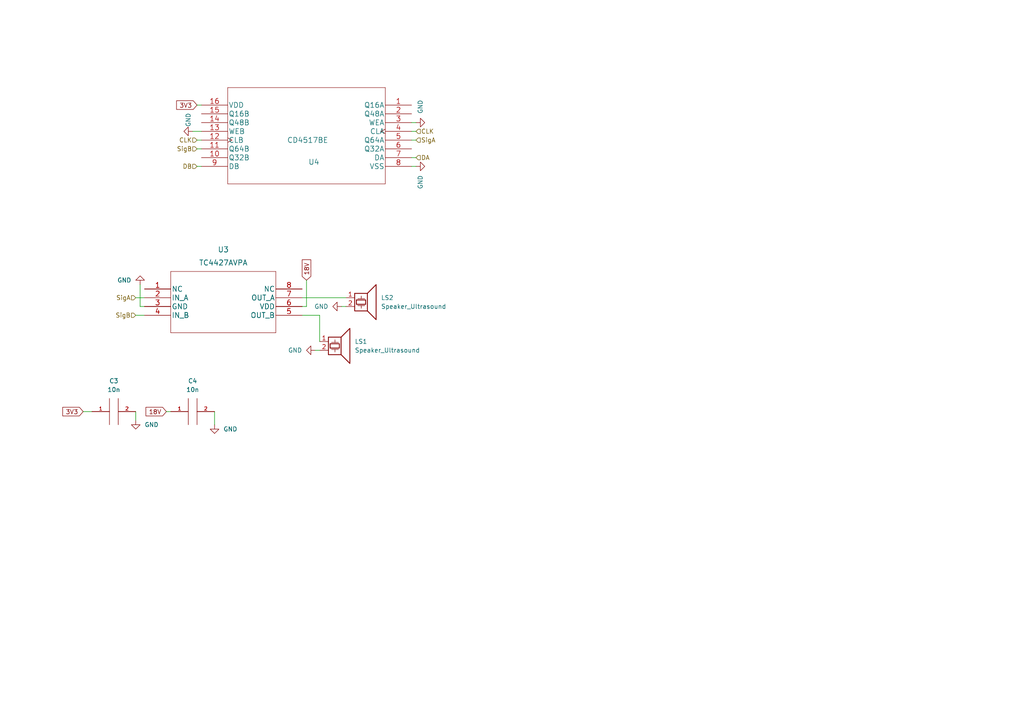
<source format=kicad_sch>
(kicad_sch (version 20211123) (generator eeschema)
  (paper "A4")
  (lib_symbols
    (symbol "2022-09-02_21-17-09:TC4427AVPA" (pin_names (offset 0.254))
      (property "Reference" "U" (at 22.86 10.16 0))
      (property "Value" "TC4427AVPA" (at 22.86 7.62 0))
      (symbol "TC4427AVPA_1_1"
        (polyline (pts (xy 7.62 -12.7) (xy 38.1 -12.7)) (stroke (width 0.127)))
        (polyline (pts (xy 7.62 5.08) (xy 7.62 -12.7)) (stroke (width 0.127)))
        (polyline (pts (xy 38.1 -12.7) (xy 38.1 5.08)) (stroke (width 0.127)))
        (polyline (pts (xy 38.1 5.08) (xy 7.62 5.08)) (stroke (width 0.127)))
        (pin unspecified line (at 0 0 0) (length 7.62) (name "NC") (number "1"))
        (pin unspecified line (at 0 -2.54 0) (length 7.62) (name "IN_A") (number "2"))
        (pin unspecified line (at 0 -5.08 0) (length 7.62) (name "GND") (number "3"))
        (pin unspecified line (at 0 -7.62 0) (length 7.62) (name "IN_B") (number "4"))
        (pin unspecified line (at 45.72 -7.62 180) (length 7.62) (name "OUT_B") (number "5"))
        (pin unspecified line (at 45.72 -5.08 180) (length 7.62) (name "VDD") (number "6"))
        (pin unspecified line (at 45.72 -2.54 180) (length 7.62) (name "OUT_A") (number "7"))
        (pin unspecified line (at 45.72 0 180) (length 7.62) (name "NC") (number "8"))
      )
    )
    (symbol "CD4517BE:CD4517BE" (pin_names (offset 0.254))
      (property "Reference" "U" (at 30.48 10.16 0))
      (property "Value" "CD4517BE" (at 30.48 7.62 0))
      (symbol "CD4517BE_1_1"
        (polyline (pts (xy 7.62 -22.86) (xy 53.34 -22.86)) (stroke (width 0.127)))
        (polyline (pts (xy 7.62 5.08) (xy 7.62 -22.86)) (stroke (width 0.127)))
        (polyline (pts (xy 53.34 -22.86) (xy 53.34 5.08)) (stroke (width 0.127)))
        (polyline (pts (xy 53.34 5.08) (xy 7.62 5.08)) (stroke (width 0.127)))
        (pin bidirectional line (at 0 0 0) (length 7.62) (name "Q16A") (number "1"))
        (pin bidirectional line (at 60.96 -15.24 180) (length 7.62) (name "Q32B") (number "10"))
        (pin output line (at 60.96 -12.7 180) (length 7.62) (name "Q64B") (number "11"))
        (pin input clock (at 60.96 -10.16 180) (length 7.62) (name "CLB") (number "12"))
        (pin input line (at 60.96 -7.62 180) (length 7.62) (name "WEB") (number "13"))
        (pin bidirectional line (at 60.96 -5.08 180) (length 7.62) (name "Q48B") (number "14"))
        (pin bidirectional line (at 60.96 -2.54 180) (length 7.62) (name "Q16B") (number "15"))
        (pin power_in line (at 60.96 0 180) (length 7.62) (name "VDD") (number "16"))
        (pin bidirectional line (at 0 -2.54 0) (length 7.62) (name "Q48A") (number "2"))
        (pin input line (at 0 -5.08 0) (length 7.62) (name "WEA") (number "3"))
        (pin input clock (at 0 -7.62 0) (length 7.62) (name "CLA") (number "4"))
        (pin output line (at 0 -10.16 0) (length 7.62) (name "Q64A") (number "5"))
        (pin bidirectional line (at 0 -12.7 0) (length 7.62) (name "Q32A") (number "6"))
        (pin input line (at 0 -15.24 0) (length 7.62) (name "DA") (number "7"))
        (pin power_in line (at 0 -17.78 0) (length 7.62) (name "VSS") (number "8"))
        (pin input line (at 60.96 -17.78 180) (length 7.62) (name "DB") (number "9"))
      )
    )
    (symbol "Device:Speaker_Ultrasound" (pin_names (offset 0) hide)
      (property "Reference" "LS" (at 0.635 5.715 0))
      (property "Value" "Speaker_Ultrasound" (at 0.635 3.81 0))
      (symbol "Speaker_Ultrasound_0_0"
        (rectangle (start -2.54 1.27) (end 1.143 -3.81) (stroke (width 0.254)))
        (rectangle (start -2.032 -0.635) (end 0.635 -1.905) (stroke (width 0.254)))
        (polyline (pts (xy -1.651 -2.286) (xy 0.381 -2.286)))
        (polyline (pts (xy -1.651 -0.254) (xy 0.381 -0.254)))
        (polyline (pts (xy -0.635 -2.286) (xy -0.635 -3.048)))
        (polyline (pts (xy -0.635 -0.254) (xy -0.635 0.508)))
        (polyline (pts (xy 1.143 1.27) (xy 3.683 3.81) (xy 3.683 -6.35) (xy 1.143 -3.81)) (stroke (width 0.254)))
      )
      (symbol "Speaker_Ultrasound_1_1"
        (pin input line (at -5.08 0 0) (length 2.54) (name "1") (number "1"))
        (pin input line (at -5.08 -2.54 0) (length 2.54) (name "2") (number "2"))
      )
    )
    (symbol "power:GND" (power) (pin_names (offset 0))
      (property "Value" "GND" (at 0 -3.81 0))
      (symbol "GND_0_1"
        (polyline (pts (xy 0 0) (xy 0 -1.27) (xy 1.27 -1.27) (xy 0 -2.54) (xy -1.27 -1.27) (xy 0 -1.27)))
      )
      (symbol "GND_1_1"
        (pin power_in line (at 0 0 270) (length 0) hide (name "GND") (number "1"))
      )
    )
    (symbol "pspice:CAP" (pin_names (offset 0.254))
      (property "Reference" "C" (at 2.54 3.81 90))
      (property "Value" "CAP" (at 2.54 -3.81 90))
      (symbol "CAP_0_1"
        (polyline (pts (xy -3.81 -1.27) (xy 3.81 -1.27)))
        (polyline (pts (xy -3.81 1.27) (xy 3.81 1.27)))
      )
      (symbol "CAP_1_1"
        (pin passive line (at 0 6.35 270) (length 5.08) (name "~") (number "1"))
        (pin passive line (at 0 -6.35 90) (length 5.08) (name "~") (number "2"))
      )
    )
  )
  (wire (pts (xy 41.91 88.9) (xy 40.64 88.9)))
  (wire (pts (xy 48.26 119.38) (xy 49.53 119.38)))
  (wire (pts (xy 39.37 119.38) (xy 39.37 121.92)))
  (wire (pts (xy 120.65 38.1) (xy 119.38 38.1)))
  (wire (pts (xy 41.91 91.44) (xy 39.37 91.44)))
  (wire (pts (xy 92.71 91.44) (xy 92.71 99.06)))
  (wire (pts (xy 88.9 81.28) (xy 88.9 88.9)))
  (wire (pts (xy 58.42 30.48) (xy 57.15 30.48)))
  (wire (pts (xy 62.23 119.38) (xy 62.23 123.19)))
  (wire (pts (xy 99.06 88.9) (xy 100.33 88.9)))
  (wire (pts (xy 87.63 88.9) (xy 88.9 88.9)))
  (wire (pts (xy 120.65 40.64) (xy 119.38 40.64)))
  (wire (pts (xy 24.13 119.38) (xy 26.67 119.38)))
  (wire (pts (xy 41.91 86.36) (xy 39.37 86.36)))
  (wire (pts (xy 119.38 45.72) (xy 120.65 45.72)))
  (wire (pts (xy 40.64 88.9) (xy 40.64 82.55)))
  (wire (pts (xy 120.65 35.56) (xy 119.38 35.56)))
  (wire (pts (xy 57.15 43.18) (xy 58.42 43.18)))
  (wire (pts (xy 57.15 48.26) (xy 58.42 48.26)))
  (wire (pts (xy 58.42 38.1) (xy 55.88 38.1)))
  (wire (pts (xy 58.42 40.64) (xy 57.15 40.64)))
  (wire (pts (xy 91.44 101.6) (xy 92.71 101.6)))
  (wire (pts (xy 87.63 86.36) (xy 100.33 86.36)))
  (wire (pts (xy 87.63 91.44) (xy 92.71 91.44)))
  (wire (pts (xy 120.65 48.26) (xy 119.38 48.26)))
  (global_label "3V3" (shape input) (at 24.13 119.38 180) (property "Intersheet References" "${INTERSHEET_REFS}" (effects hide)))
  (global_label "18V" (shape input) (at 48.26 119.38 180) (property "Intersheet References" "${INTERSHEET_REFS}" (effects hide)))
  (global_label "3V3" (shape input) (at 57.15 30.48 180) (property "Intersheet References" "${INTERSHEET_REFS}" (effects hide)))
  (global_label "18V" (shape input) (at 88.9 81.28 90) (property "Intersheet References" "${INTERSHEET_REFS}" (effects hide)))
  (hierarchical_label "DB" (shape input) (at 57.15 48.26 180))
  (hierarchical_label "SigA" (shape input) (at 120.65 40.64 0))
  (hierarchical_label "CLK" (shape input) (at 120.65 38.1 0))
  (hierarchical_label "DA" (shape input) (at 120.65 45.72 0))
  (hierarchical_label "SigB" (shape input) (at 39.37 91.44 180))
  (hierarchical_label "SigB" (shape input) (at 57.15 43.18 180))
  (hierarchical_label "SigA" (shape input) (at 39.37 86.36 180))
  (hierarchical_label "CLK" (shape input) (at 57.15 40.64 180))
  (symbol (lib_id "CD4517BE:CD4517BE") (at 119.38 30.48 0) (mirror y) (unit 1)
    (property "Reference" "U4" (at 92.71 46.99 0) (effects (font (size 1.524 1.524)) (justify left)))
    (property "Value" "CD4517BE" (at 95.25 40.64 0) (effects (font (size 1.524 1.524)) (justify left)))
    (property "Footprint" "Package_DIP:DIP-16_W7.62mm_Socket" (effects hide))
  )
  (symbol (lib_id "2022-09-02_21-17-09:TC4427AVPA") (at 41.91 83.82 0) (unit 1)
    (property "Reference" "U3" (at 64.77 72.39 0) (effects (font (size 1.524 1.524))))
    (property "Value" "TC4427AVPA" (at 64.77 76.2 0) (effects (font (size 1.524 1.524))))
    (property "Footprint" "TC4427:Microchip-TC4427AEOA713-Level_A" (effects hide))
    (property "LCSC" "C18690" (effects hide))
  )
  (symbol (lib_id "power:GND") (at 40.64 82.55 180) (unit 1)
    (property "Reference" "#PWR05" (effects hide))
    (property "Value" "GND" (at 38.1 81.2801 0) (effects (justify left)))
  )
  (symbol (lib_id "pspice:CAP") (at 55.88 119.38 90) (unit 1)
    (property "Reference" "C4" (at 55.88 110.49 90))
    (property "Value" "10n" (at 55.88 113.03 90))
    (property "Footprint" "Capacitor_SMD:C_0603_1608Metric_Pad1.08x0.95mm_HandSolder" (effects hide))
    (property "LCSC" "C376807" (effects hide))
  )
  (symbol (lib_id "power:GND") (at 55.88 38.1 270) (unit 1)
    (property "Reference" "#PWR06" (effects hide))
    (property "Value" "GND" (at 54.61 36.83 0) (effects (justify right)))
  )
  (symbol (lib_id "power:GND") (at 91.44 101.6 270) (unit 1)
    (property "Reference" "#PWR08" (effects hide))
    (property "Value" "GND" (at 87.63 101.5999 90) (effects (justify right)))
  )
  (symbol (lib_id "Device:Speaker_Ultrasound") (at 97.79 99.06 0) (unit 1)
    (property "Reference" "LS1" (at 102.87 99.0599 0) (effects (justify left)))
    (property "Value" "Speaker_Ultrasound" (at 102.87 101.5999 0) (effects (justify left)))
    (property "Footprint" "Custom:TR40-16" (effects hide))
  )
  (symbol (lib_id "power:GND") (at 39.37 121.92 0) (unit 1)
    (property "Reference" "#PWR04" (effects hide))
    (property "Value" "GND" (at 41.91 123.1899 0) (effects (justify left)))
  )
  (symbol (lib_id "power:GND") (at 120.65 35.56 90) (unit 1)
    (property "Reference" "#PWR010" (effects hide))
    (property "Value" "GND" (at 121.9201 33.02 0) (effects (justify left)))
  )
  (symbol (lib_id "power:GND") (at 99.06 88.9 270) (unit 1)
    (property "Reference" "#PWR09" (effects hide))
    (property "Value" "GND" (at 95.25 88.8999 90) (effects (justify right)))
  )
  (symbol (lib_id "Device:Speaker_Ultrasound") (at 105.41 86.36 0) (unit 1)
    (property "Reference" "LS2" (at 110.49 86.3599 0) (effects (justify left)))
    (property "Value" "Speaker_Ultrasound" (at 110.49 88.8999 0) (effects (justify left)))
    (property "Footprint" "Custom:TR40-16" (effects hide))
  )
  (symbol (lib_id "power:GND") (at 120.65 48.26 90) (unit 1)
    (property "Reference" "#PWR011" (effects hide))
    (property "Value" "GND" (at 121.9201 50.8 0) (effects (justify right)))
  )
  (symbol (lib_id "pspice:CAP") (at 33.02 119.38 90) (unit 1)
    (property "Reference" "C3" (at 33.02 110.49 90))
    (property "Value" "10n" (at 33.02 113.03 90))
    (property "Footprint" "Capacitor_SMD:C_0603_1608Metric_Pad1.08x0.95mm_HandSolder" (effects hide))
    (property "LCSC" "C376807" (effects hide))
  )
  (symbol (lib_id "power:GND") (at 62.23 123.19 0) (unit 1)
    (property "Reference" "#PWR07" (effects hide))
    (property "Value" "GND" (at 64.77 124.4599 0) (effects (justify left)))
  )
)
</source>
